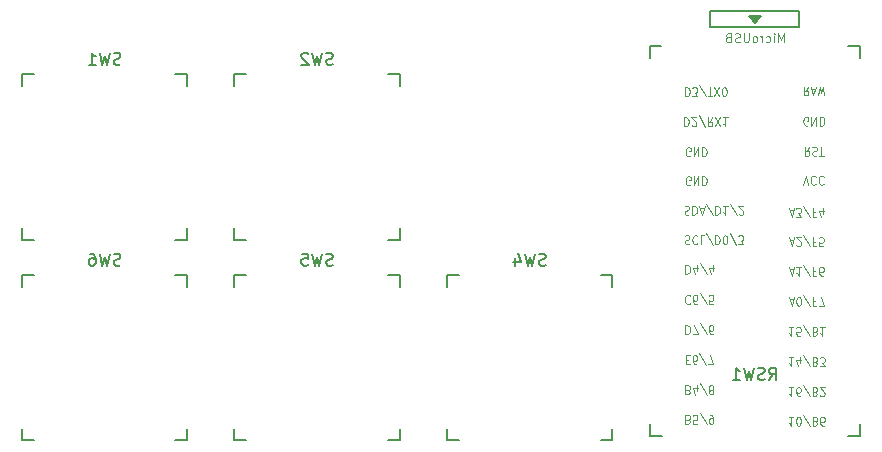
<source format=gbr>
G04 #@! TF.GenerationSoftware,KiCad,Pcbnew,(5.1.5-0-10_14)*
G04 #@! TF.CreationDate,2020-05-01T17:12:48+01:00*
G04 #@! TF.ProjectId,macro1,6d616372-6f31-42e6-9b69-6361645f7063,0.1*
G04 #@! TF.SameCoordinates,Original*
G04 #@! TF.FileFunction,Legend,Bot*
G04 #@! TF.FilePolarity,Positive*
%FSLAX46Y46*%
G04 Gerber Fmt 4.6, Leading zero omitted, Abs format (unit mm)*
G04 Created by KiCad (PCBNEW (5.1.5-0-10_14)) date 2020-05-01 17:12:48*
%MOMM*%
%LPD*%
G04 APERTURE LIST*
%ADD10C,0.150000*%
%ADD11C,0.125000*%
%ADD12C,0.120000*%
G04 APERTURE END LIST*
D10*
X83810000Y-92220000D02*
X84820000Y-92220000D01*
X101610000Y-92220000D02*
X100610000Y-92220000D01*
X83810000Y-91220000D02*
X83810000Y-92220000D01*
X101610000Y-91170000D02*
X101610000Y-92220000D01*
X83810000Y-59170000D02*
X84760000Y-59170000D01*
X101610000Y-59170000D02*
X100610000Y-59170000D01*
X83810000Y-59170000D02*
X83810000Y-60170000D01*
X101610000Y-59170000D02*
X101610000Y-60170000D01*
X96460000Y-56270000D02*
X96460000Y-57570000D01*
X96460000Y-57570000D02*
X88960000Y-57570000D01*
X88960000Y-57570000D02*
X88960000Y-56270000D01*
X88960000Y-56270000D02*
X96460000Y-56270000D01*
X93210000Y-56620000D02*
X92210000Y-56620000D01*
X92210000Y-56620000D02*
X92710000Y-57270000D01*
X92710000Y-57270000D02*
X93210000Y-56620000D01*
X93060000Y-56770000D02*
X92360000Y-56770000D01*
X92960000Y-56920000D02*
X92460000Y-56920000D01*
X92860000Y-57070000D02*
X92560000Y-57070000D01*
X44660000Y-61580000D02*
X44660000Y-62580000D01*
X43660000Y-61580000D02*
X44660000Y-61580000D01*
X44660000Y-75580000D02*
X43660000Y-75580000D01*
X44660000Y-74580000D02*
X44660000Y-75580000D01*
X30660000Y-75580000D02*
X30660000Y-74580000D01*
X31660000Y-75580000D02*
X30660000Y-75580000D01*
X30660000Y-61580000D02*
X31660000Y-61580000D01*
X30660000Y-62580000D02*
X30660000Y-61580000D01*
X62660000Y-61580000D02*
X62660000Y-62580000D01*
X61660000Y-61580000D02*
X62660000Y-61580000D01*
X62660000Y-75580000D02*
X61660000Y-75580000D01*
X62660000Y-74580000D02*
X62660000Y-75580000D01*
X48660000Y-75580000D02*
X48660000Y-74580000D01*
X49660000Y-75580000D02*
X48660000Y-75580000D01*
X48660000Y-61580000D02*
X49660000Y-61580000D01*
X48660000Y-62580000D02*
X48660000Y-61580000D01*
X80660000Y-78580000D02*
X80660000Y-79580000D01*
X79660000Y-78580000D02*
X80660000Y-78580000D01*
X80660000Y-92580000D02*
X79660000Y-92580000D01*
X80660000Y-91580000D02*
X80660000Y-92580000D01*
X66660000Y-92580000D02*
X66660000Y-91580000D01*
X67660000Y-92580000D02*
X66660000Y-92580000D01*
X66660000Y-78580000D02*
X67660000Y-78580000D01*
X66660000Y-79580000D02*
X66660000Y-78580000D01*
X62660000Y-78580000D02*
X62660000Y-79580000D01*
X61660000Y-78580000D02*
X62660000Y-78580000D01*
X62660000Y-92580000D02*
X61660000Y-92580000D01*
X62660000Y-91580000D02*
X62660000Y-92580000D01*
X48660000Y-92580000D02*
X48660000Y-91580000D01*
X49660000Y-92580000D02*
X48660000Y-92580000D01*
X48660000Y-78580000D02*
X49660000Y-78580000D01*
X48660000Y-79580000D02*
X48660000Y-78580000D01*
X44660000Y-78580000D02*
X44660000Y-79580000D01*
X43660000Y-78580000D02*
X44660000Y-78580000D01*
X44660000Y-92580000D02*
X43660000Y-92580000D01*
X44660000Y-91580000D02*
X44660000Y-92580000D01*
X30660000Y-92580000D02*
X30660000Y-91580000D01*
X31660000Y-92580000D02*
X30660000Y-92580000D01*
X30660000Y-78580000D02*
X31660000Y-78580000D01*
X30660000Y-79580000D02*
X30660000Y-78580000D01*
D11*
X97242380Y-62630714D02*
X97019047Y-62987857D01*
X96859523Y-62630714D02*
X96859523Y-63380714D01*
X97114761Y-63380714D01*
X97178571Y-63345000D01*
X97210476Y-63309285D01*
X97242380Y-63237857D01*
X97242380Y-63130714D01*
X97210476Y-63059285D01*
X97178571Y-63023571D01*
X97114761Y-62987857D01*
X96859523Y-62987857D01*
X97497619Y-62845000D02*
X97816666Y-62845000D01*
X97433809Y-62630714D02*
X97657142Y-63380714D01*
X97880476Y-62630714D01*
X98040000Y-63380714D02*
X98199523Y-62630714D01*
X98327142Y-63166428D01*
X98454761Y-62630714D01*
X98614285Y-63380714D01*
X97194523Y-65895000D02*
X97130714Y-65930714D01*
X97035000Y-65930714D01*
X96939285Y-65895000D01*
X96875476Y-65823571D01*
X96843571Y-65752142D01*
X96811666Y-65609285D01*
X96811666Y-65502142D01*
X96843571Y-65359285D01*
X96875476Y-65287857D01*
X96939285Y-65216428D01*
X97035000Y-65180714D01*
X97098809Y-65180714D01*
X97194523Y-65216428D01*
X97226428Y-65252142D01*
X97226428Y-65502142D01*
X97098809Y-65502142D01*
X97513571Y-65180714D02*
X97513571Y-65930714D01*
X97896428Y-65180714D01*
X97896428Y-65930714D01*
X98215476Y-65180714D02*
X98215476Y-65930714D01*
X98375000Y-65930714D01*
X98470714Y-65895000D01*
X98534523Y-65823571D01*
X98566428Y-65752142D01*
X98598333Y-65609285D01*
X98598333Y-65502142D01*
X98566428Y-65359285D01*
X98534523Y-65287857D01*
X98470714Y-65216428D01*
X98375000Y-65180714D01*
X98215476Y-65180714D01*
X97338095Y-67730714D02*
X97114761Y-68087857D01*
X96955238Y-67730714D02*
X96955238Y-68480714D01*
X97210476Y-68480714D01*
X97274285Y-68445000D01*
X97306190Y-68409285D01*
X97338095Y-68337857D01*
X97338095Y-68230714D01*
X97306190Y-68159285D01*
X97274285Y-68123571D01*
X97210476Y-68087857D01*
X96955238Y-68087857D01*
X97593333Y-67766428D02*
X97689047Y-67730714D01*
X97848571Y-67730714D01*
X97912380Y-67766428D01*
X97944285Y-67802142D01*
X97976190Y-67873571D01*
X97976190Y-67945000D01*
X97944285Y-68016428D01*
X97912380Y-68052142D01*
X97848571Y-68087857D01*
X97720952Y-68123571D01*
X97657142Y-68159285D01*
X97625238Y-68195000D01*
X97593333Y-68266428D01*
X97593333Y-68337857D01*
X97625238Y-68409285D01*
X97657142Y-68445000D01*
X97720952Y-68480714D01*
X97880476Y-68480714D01*
X97976190Y-68445000D01*
X98167619Y-68480714D02*
X98550476Y-68480714D01*
X98359047Y-67730714D02*
X98359047Y-68480714D01*
X96811666Y-70930714D02*
X97035000Y-70180714D01*
X97258333Y-70930714D01*
X97864523Y-70252142D02*
X97832619Y-70216428D01*
X97736904Y-70180714D01*
X97673095Y-70180714D01*
X97577380Y-70216428D01*
X97513571Y-70287857D01*
X97481666Y-70359285D01*
X97449761Y-70502142D01*
X97449761Y-70609285D01*
X97481666Y-70752142D01*
X97513571Y-70823571D01*
X97577380Y-70895000D01*
X97673095Y-70930714D01*
X97736904Y-70930714D01*
X97832619Y-70895000D01*
X97864523Y-70859285D01*
X98534523Y-70252142D02*
X98502619Y-70216428D01*
X98406904Y-70180714D01*
X98343095Y-70180714D01*
X98247380Y-70216428D01*
X98183571Y-70287857D01*
X98151666Y-70359285D01*
X98119761Y-70502142D01*
X98119761Y-70609285D01*
X98151666Y-70752142D01*
X98183571Y-70823571D01*
X98247380Y-70895000D01*
X98343095Y-70930714D01*
X98406904Y-70930714D01*
X98502619Y-70895000D01*
X98534523Y-70859285D01*
X95669285Y-73095000D02*
X95988333Y-73095000D01*
X95605476Y-72880714D02*
X95828809Y-73630714D01*
X96052142Y-72880714D01*
X96211666Y-73630714D02*
X96626428Y-73630714D01*
X96403095Y-73345000D01*
X96498809Y-73345000D01*
X96562619Y-73309285D01*
X96594523Y-73273571D01*
X96626428Y-73202142D01*
X96626428Y-73023571D01*
X96594523Y-72952142D01*
X96562619Y-72916428D01*
X96498809Y-72880714D01*
X96307380Y-72880714D01*
X96243571Y-72916428D01*
X96211666Y-72952142D01*
X97392142Y-73666428D02*
X96817857Y-72702142D01*
X97838809Y-73273571D02*
X97615476Y-73273571D01*
X97615476Y-72880714D02*
X97615476Y-73630714D01*
X97934523Y-73630714D01*
X98476904Y-73380714D02*
X98476904Y-72880714D01*
X98317380Y-73666428D02*
X98157857Y-73130714D01*
X98572619Y-73130714D01*
X95669285Y-75595000D02*
X95988333Y-75595000D01*
X95605476Y-75380714D02*
X95828809Y-76130714D01*
X96052142Y-75380714D01*
X96243571Y-76059285D02*
X96275476Y-76095000D01*
X96339285Y-76130714D01*
X96498809Y-76130714D01*
X96562619Y-76095000D01*
X96594523Y-76059285D01*
X96626428Y-75987857D01*
X96626428Y-75916428D01*
X96594523Y-75809285D01*
X96211666Y-75380714D01*
X96626428Y-75380714D01*
X97392142Y-76166428D02*
X96817857Y-75202142D01*
X97838809Y-75773571D02*
X97615476Y-75773571D01*
X97615476Y-75380714D02*
X97615476Y-76130714D01*
X97934523Y-76130714D01*
X98508809Y-76130714D02*
X98189761Y-76130714D01*
X98157857Y-75773571D01*
X98189761Y-75809285D01*
X98253571Y-75845000D01*
X98413095Y-75845000D01*
X98476904Y-75809285D01*
X98508809Y-75773571D01*
X98540714Y-75702142D01*
X98540714Y-75523571D01*
X98508809Y-75452142D01*
X98476904Y-75416428D01*
X98413095Y-75380714D01*
X98253571Y-75380714D01*
X98189761Y-75416428D01*
X98157857Y-75452142D01*
X95669285Y-78095000D02*
X95988333Y-78095000D01*
X95605476Y-77880714D02*
X95828809Y-78630714D01*
X96052142Y-77880714D01*
X96626428Y-77880714D02*
X96243571Y-77880714D01*
X96435000Y-77880714D02*
X96435000Y-78630714D01*
X96371190Y-78523571D01*
X96307380Y-78452142D01*
X96243571Y-78416428D01*
X97392142Y-78666428D02*
X96817857Y-77702142D01*
X97838809Y-78273571D02*
X97615476Y-78273571D01*
X97615476Y-77880714D02*
X97615476Y-78630714D01*
X97934523Y-78630714D01*
X98476904Y-78630714D02*
X98349285Y-78630714D01*
X98285476Y-78595000D01*
X98253571Y-78559285D01*
X98189761Y-78452142D01*
X98157857Y-78309285D01*
X98157857Y-78023571D01*
X98189761Y-77952142D01*
X98221666Y-77916428D01*
X98285476Y-77880714D01*
X98413095Y-77880714D01*
X98476904Y-77916428D01*
X98508809Y-77952142D01*
X98540714Y-78023571D01*
X98540714Y-78202142D01*
X98508809Y-78273571D01*
X98476904Y-78309285D01*
X98413095Y-78345000D01*
X98285476Y-78345000D01*
X98221666Y-78309285D01*
X98189761Y-78273571D01*
X98157857Y-78202142D01*
X95669285Y-80645000D02*
X95988333Y-80645000D01*
X95605476Y-80430714D02*
X95828809Y-81180714D01*
X96052142Y-80430714D01*
X96403095Y-81180714D02*
X96466904Y-81180714D01*
X96530714Y-81145000D01*
X96562619Y-81109285D01*
X96594523Y-81037857D01*
X96626428Y-80895000D01*
X96626428Y-80716428D01*
X96594523Y-80573571D01*
X96562619Y-80502142D01*
X96530714Y-80466428D01*
X96466904Y-80430714D01*
X96403095Y-80430714D01*
X96339285Y-80466428D01*
X96307380Y-80502142D01*
X96275476Y-80573571D01*
X96243571Y-80716428D01*
X96243571Y-80895000D01*
X96275476Y-81037857D01*
X96307380Y-81109285D01*
X96339285Y-81145000D01*
X96403095Y-81180714D01*
X97392142Y-81216428D02*
X96817857Y-80252142D01*
X97838809Y-80823571D02*
X97615476Y-80823571D01*
X97615476Y-80430714D02*
X97615476Y-81180714D01*
X97934523Y-81180714D01*
X98125952Y-81180714D02*
X98572619Y-81180714D01*
X98285476Y-80430714D01*
X95972380Y-82980714D02*
X95589523Y-82980714D01*
X95780952Y-82980714D02*
X95780952Y-83730714D01*
X95717142Y-83623571D01*
X95653333Y-83552142D01*
X95589523Y-83516428D01*
X96578571Y-83730714D02*
X96259523Y-83730714D01*
X96227619Y-83373571D01*
X96259523Y-83409285D01*
X96323333Y-83445000D01*
X96482857Y-83445000D01*
X96546666Y-83409285D01*
X96578571Y-83373571D01*
X96610476Y-83302142D01*
X96610476Y-83123571D01*
X96578571Y-83052142D01*
X96546666Y-83016428D01*
X96482857Y-82980714D01*
X96323333Y-82980714D01*
X96259523Y-83016428D01*
X96227619Y-83052142D01*
X97376190Y-83766428D02*
X96801904Y-82802142D01*
X97822857Y-83373571D02*
X97918571Y-83337857D01*
X97950476Y-83302142D01*
X97982380Y-83230714D01*
X97982380Y-83123571D01*
X97950476Y-83052142D01*
X97918571Y-83016428D01*
X97854761Y-82980714D01*
X97599523Y-82980714D01*
X97599523Y-83730714D01*
X97822857Y-83730714D01*
X97886666Y-83695000D01*
X97918571Y-83659285D01*
X97950476Y-83587857D01*
X97950476Y-83516428D01*
X97918571Y-83445000D01*
X97886666Y-83409285D01*
X97822857Y-83373571D01*
X97599523Y-83373571D01*
X98620476Y-82980714D02*
X98237619Y-82980714D01*
X98429047Y-82980714D02*
X98429047Y-83730714D01*
X98365238Y-83623571D01*
X98301428Y-83552142D01*
X98237619Y-83516428D01*
X95972380Y-85530714D02*
X95589523Y-85530714D01*
X95780952Y-85530714D02*
X95780952Y-86280714D01*
X95717142Y-86173571D01*
X95653333Y-86102142D01*
X95589523Y-86066428D01*
X96546666Y-86030714D02*
X96546666Y-85530714D01*
X96387142Y-86316428D02*
X96227619Y-85780714D01*
X96642380Y-85780714D01*
X97376190Y-86316428D02*
X96801904Y-85352142D01*
X97822857Y-85923571D02*
X97918571Y-85887857D01*
X97950476Y-85852142D01*
X97982380Y-85780714D01*
X97982380Y-85673571D01*
X97950476Y-85602142D01*
X97918571Y-85566428D01*
X97854761Y-85530714D01*
X97599523Y-85530714D01*
X97599523Y-86280714D01*
X97822857Y-86280714D01*
X97886666Y-86245000D01*
X97918571Y-86209285D01*
X97950476Y-86137857D01*
X97950476Y-86066428D01*
X97918571Y-85995000D01*
X97886666Y-85959285D01*
X97822857Y-85923571D01*
X97599523Y-85923571D01*
X98205714Y-86280714D02*
X98620476Y-86280714D01*
X98397142Y-85995000D01*
X98492857Y-85995000D01*
X98556666Y-85959285D01*
X98588571Y-85923571D01*
X98620476Y-85852142D01*
X98620476Y-85673571D01*
X98588571Y-85602142D01*
X98556666Y-85566428D01*
X98492857Y-85530714D01*
X98301428Y-85530714D01*
X98237619Y-85566428D01*
X98205714Y-85602142D01*
X95972380Y-90580714D02*
X95589523Y-90580714D01*
X95780952Y-90580714D02*
X95780952Y-91330714D01*
X95717142Y-91223571D01*
X95653333Y-91152142D01*
X95589523Y-91116428D01*
X96387142Y-91330714D02*
X96450952Y-91330714D01*
X96514761Y-91295000D01*
X96546666Y-91259285D01*
X96578571Y-91187857D01*
X96610476Y-91045000D01*
X96610476Y-90866428D01*
X96578571Y-90723571D01*
X96546666Y-90652142D01*
X96514761Y-90616428D01*
X96450952Y-90580714D01*
X96387142Y-90580714D01*
X96323333Y-90616428D01*
X96291428Y-90652142D01*
X96259523Y-90723571D01*
X96227619Y-90866428D01*
X96227619Y-91045000D01*
X96259523Y-91187857D01*
X96291428Y-91259285D01*
X96323333Y-91295000D01*
X96387142Y-91330714D01*
X97376190Y-91366428D02*
X96801904Y-90402142D01*
X97822857Y-90973571D02*
X97918571Y-90937857D01*
X97950476Y-90902142D01*
X97982380Y-90830714D01*
X97982380Y-90723571D01*
X97950476Y-90652142D01*
X97918571Y-90616428D01*
X97854761Y-90580714D01*
X97599523Y-90580714D01*
X97599523Y-91330714D01*
X97822857Y-91330714D01*
X97886666Y-91295000D01*
X97918571Y-91259285D01*
X97950476Y-91187857D01*
X97950476Y-91116428D01*
X97918571Y-91045000D01*
X97886666Y-91009285D01*
X97822857Y-90973571D01*
X97599523Y-90973571D01*
X98556666Y-91330714D02*
X98429047Y-91330714D01*
X98365238Y-91295000D01*
X98333333Y-91259285D01*
X98269523Y-91152142D01*
X98237619Y-91009285D01*
X98237619Y-90723571D01*
X98269523Y-90652142D01*
X98301428Y-90616428D01*
X98365238Y-90580714D01*
X98492857Y-90580714D01*
X98556666Y-90616428D01*
X98588571Y-90652142D01*
X98620476Y-90723571D01*
X98620476Y-90902142D01*
X98588571Y-90973571D01*
X98556666Y-91009285D01*
X98492857Y-91045000D01*
X98365238Y-91045000D01*
X98301428Y-91009285D01*
X98269523Y-90973571D01*
X98237619Y-90902142D01*
X95972380Y-88080714D02*
X95589523Y-88080714D01*
X95780952Y-88080714D02*
X95780952Y-88830714D01*
X95717142Y-88723571D01*
X95653333Y-88652142D01*
X95589523Y-88616428D01*
X96546666Y-88830714D02*
X96419047Y-88830714D01*
X96355238Y-88795000D01*
X96323333Y-88759285D01*
X96259523Y-88652142D01*
X96227619Y-88509285D01*
X96227619Y-88223571D01*
X96259523Y-88152142D01*
X96291428Y-88116428D01*
X96355238Y-88080714D01*
X96482857Y-88080714D01*
X96546666Y-88116428D01*
X96578571Y-88152142D01*
X96610476Y-88223571D01*
X96610476Y-88402142D01*
X96578571Y-88473571D01*
X96546666Y-88509285D01*
X96482857Y-88545000D01*
X96355238Y-88545000D01*
X96291428Y-88509285D01*
X96259523Y-88473571D01*
X96227619Y-88402142D01*
X97376190Y-88866428D02*
X96801904Y-87902142D01*
X97822857Y-88473571D02*
X97918571Y-88437857D01*
X97950476Y-88402142D01*
X97982380Y-88330714D01*
X97982380Y-88223571D01*
X97950476Y-88152142D01*
X97918571Y-88116428D01*
X97854761Y-88080714D01*
X97599523Y-88080714D01*
X97599523Y-88830714D01*
X97822857Y-88830714D01*
X97886666Y-88795000D01*
X97918571Y-88759285D01*
X97950476Y-88687857D01*
X97950476Y-88616428D01*
X97918571Y-88545000D01*
X97886666Y-88509285D01*
X97822857Y-88473571D01*
X97599523Y-88473571D01*
X98237619Y-88759285D02*
X98269523Y-88795000D01*
X98333333Y-88830714D01*
X98492857Y-88830714D01*
X98556666Y-88795000D01*
X98588571Y-88759285D01*
X98620476Y-88687857D01*
X98620476Y-88616428D01*
X98588571Y-88509285D01*
X98205714Y-88080714D01*
X98620476Y-88080714D01*
X86872380Y-85773571D02*
X87095714Y-85773571D01*
X87191428Y-85380714D02*
X86872380Y-85380714D01*
X86872380Y-86130714D01*
X87191428Y-86130714D01*
X87765714Y-86130714D02*
X87638095Y-86130714D01*
X87574285Y-86095000D01*
X87542380Y-86059285D01*
X87478571Y-85952142D01*
X87446666Y-85809285D01*
X87446666Y-85523571D01*
X87478571Y-85452142D01*
X87510476Y-85416428D01*
X87574285Y-85380714D01*
X87701904Y-85380714D01*
X87765714Y-85416428D01*
X87797619Y-85452142D01*
X87829523Y-85523571D01*
X87829523Y-85702142D01*
X87797619Y-85773571D01*
X87765714Y-85809285D01*
X87701904Y-85845000D01*
X87574285Y-85845000D01*
X87510476Y-85809285D01*
X87478571Y-85773571D01*
X87446666Y-85702142D01*
X88595238Y-86166428D02*
X88020952Y-85202142D01*
X88754761Y-86130714D02*
X89201428Y-86130714D01*
X88914285Y-85380714D01*
X86840476Y-82830714D02*
X86840476Y-83580714D01*
X87000000Y-83580714D01*
X87095714Y-83545000D01*
X87159523Y-83473571D01*
X87191428Y-83402142D01*
X87223333Y-83259285D01*
X87223333Y-83152142D01*
X87191428Y-83009285D01*
X87159523Y-82937857D01*
X87095714Y-82866428D01*
X87000000Y-82830714D01*
X86840476Y-82830714D01*
X87446666Y-83580714D02*
X87893333Y-83580714D01*
X87606190Y-82830714D01*
X88627142Y-83616428D02*
X88052857Y-82652142D01*
X89137619Y-83580714D02*
X89010000Y-83580714D01*
X88946190Y-83545000D01*
X88914285Y-83509285D01*
X88850476Y-83402142D01*
X88818571Y-83259285D01*
X88818571Y-82973571D01*
X88850476Y-82902142D01*
X88882380Y-82866428D01*
X88946190Y-82830714D01*
X89073809Y-82830714D01*
X89137619Y-82866428D01*
X89169523Y-82902142D01*
X89201428Y-82973571D01*
X89201428Y-83152142D01*
X89169523Y-83223571D01*
X89137619Y-83259285D01*
X89073809Y-83295000D01*
X88946190Y-83295000D01*
X88882380Y-83259285D01*
X88850476Y-83223571D01*
X88818571Y-83152142D01*
X87244523Y-68495000D02*
X87180714Y-68530714D01*
X87085000Y-68530714D01*
X86989285Y-68495000D01*
X86925476Y-68423571D01*
X86893571Y-68352142D01*
X86861666Y-68209285D01*
X86861666Y-68102142D01*
X86893571Y-67959285D01*
X86925476Y-67887857D01*
X86989285Y-67816428D01*
X87085000Y-67780714D01*
X87148809Y-67780714D01*
X87244523Y-67816428D01*
X87276428Y-67852142D01*
X87276428Y-68102142D01*
X87148809Y-68102142D01*
X87563571Y-67780714D02*
X87563571Y-68530714D01*
X87946428Y-67780714D01*
X87946428Y-68530714D01*
X88265476Y-67780714D02*
X88265476Y-68530714D01*
X88425000Y-68530714D01*
X88520714Y-68495000D01*
X88584523Y-68423571D01*
X88616428Y-68352142D01*
X88648333Y-68209285D01*
X88648333Y-68102142D01*
X88616428Y-67959285D01*
X88584523Y-67887857D01*
X88520714Y-67816428D01*
X88425000Y-67780714D01*
X88265476Y-67780714D01*
X87244523Y-70945000D02*
X87180714Y-70980714D01*
X87085000Y-70980714D01*
X86989285Y-70945000D01*
X86925476Y-70873571D01*
X86893571Y-70802142D01*
X86861666Y-70659285D01*
X86861666Y-70552142D01*
X86893571Y-70409285D01*
X86925476Y-70337857D01*
X86989285Y-70266428D01*
X87085000Y-70230714D01*
X87148809Y-70230714D01*
X87244523Y-70266428D01*
X87276428Y-70302142D01*
X87276428Y-70552142D01*
X87148809Y-70552142D01*
X87563571Y-70230714D02*
X87563571Y-70980714D01*
X87946428Y-70230714D01*
X87946428Y-70980714D01*
X88265476Y-70230714D02*
X88265476Y-70980714D01*
X88425000Y-70980714D01*
X88520714Y-70945000D01*
X88584523Y-70873571D01*
X88616428Y-70802142D01*
X88648333Y-70659285D01*
X88648333Y-70552142D01*
X88616428Y-70409285D01*
X88584523Y-70337857D01*
X88520714Y-70266428D01*
X88425000Y-70230714D01*
X88265476Y-70230714D01*
X86816190Y-62680714D02*
X86816190Y-63430714D01*
X86975714Y-63430714D01*
X87071428Y-63395000D01*
X87135238Y-63323571D01*
X87167142Y-63252142D01*
X87199047Y-63109285D01*
X87199047Y-63002142D01*
X87167142Y-62859285D01*
X87135238Y-62787857D01*
X87071428Y-62716428D01*
X86975714Y-62680714D01*
X86816190Y-62680714D01*
X87422380Y-63430714D02*
X87837142Y-63430714D01*
X87613809Y-63145000D01*
X87709523Y-63145000D01*
X87773333Y-63109285D01*
X87805238Y-63073571D01*
X87837142Y-63002142D01*
X87837142Y-62823571D01*
X87805238Y-62752142D01*
X87773333Y-62716428D01*
X87709523Y-62680714D01*
X87518095Y-62680714D01*
X87454285Y-62716428D01*
X87422380Y-62752142D01*
X88602857Y-63466428D02*
X88028571Y-62502142D01*
X88730476Y-63430714D02*
X89113333Y-63430714D01*
X88921904Y-62680714D02*
X88921904Y-63430714D01*
X89272857Y-63430714D02*
X89719523Y-62680714D01*
X89719523Y-63430714D02*
X89272857Y-62680714D01*
X90102380Y-63430714D02*
X90166190Y-63430714D01*
X90230000Y-63395000D01*
X90261904Y-63359285D01*
X90293809Y-63287857D01*
X90325714Y-63145000D01*
X90325714Y-62966428D01*
X90293809Y-62823571D01*
X90261904Y-62752142D01*
X90230000Y-62716428D01*
X90166190Y-62680714D01*
X90102380Y-62680714D01*
X90038571Y-62716428D01*
X90006666Y-62752142D01*
X89974761Y-62823571D01*
X89942857Y-62966428D01*
X89942857Y-63145000D01*
X89974761Y-63287857D01*
X90006666Y-63359285D01*
X90038571Y-63395000D01*
X90102380Y-63430714D01*
X86840476Y-77730714D02*
X86840476Y-78480714D01*
X87000000Y-78480714D01*
X87095714Y-78445000D01*
X87159523Y-78373571D01*
X87191428Y-78302142D01*
X87223333Y-78159285D01*
X87223333Y-78052142D01*
X87191428Y-77909285D01*
X87159523Y-77837857D01*
X87095714Y-77766428D01*
X87000000Y-77730714D01*
X86840476Y-77730714D01*
X87797619Y-78230714D02*
X87797619Y-77730714D01*
X87638095Y-78516428D02*
X87478571Y-77980714D01*
X87893333Y-77980714D01*
X88627142Y-78516428D02*
X88052857Y-77552142D01*
X89137619Y-78230714D02*
X89137619Y-77730714D01*
X88978095Y-78516428D02*
X88818571Y-77980714D01*
X89233333Y-77980714D01*
X86766428Y-72766428D02*
X86862142Y-72730714D01*
X87021666Y-72730714D01*
X87085476Y-72766428D01*
X87117380Y-72802142D01*
X87149285Y-72873571D01*
X87149285Y-72945000D01*
X87117380Y-73016428D01*
X87085476Y-73052142D01*
X87021666Y-73087857D01*
X86894047Y-73123571D01*
X86830238Y-73159285D01*
X86798333Y-73195000D01*
X86766428Y-73266428D01*
X86766428Y-73337857D01*
X86798333Y-73409285D01*
X86830238Y-73445000D01*
X86894047Y-73480714D01*
X87053571Y-73480714D01*
X87149285Y-73445000D01*
X87436428Y-72730714D02*
X87436428Y-73480714D01*
X87595952Y-73480714D01*
X87691666Y-73445000D01*
X87755476Y-73373571D01*
X87787380Y-73302142D01*
X87819285Y-73159285D01*
X87819285Y-73052142D01*
X87787380Y-72909285D01*
X87755476Y-72837857D01*
X87691666Y-72766428D01*
X87595952Y-72730714D01*
X87436428Y-72730714D01*
X88074523Y-72945000D02*
X88393571Y-72945000D01*
X88010714Y-72730714D02*
X88234047Y-73480714D01*
X88457380Y-72730714D01*
X89159285Y-73516428D02*
X88585000Y-72552142D01*
X89382619Y-72730714D02*
X89382619Y-73480714D01*
X89542142Y-73480714D01*
X89637857Y-73445000D01*
X89701666Y-73373571D01*
X89733571Y-73302142D01*
X89765476Y-73159285D01*
X89765476Y-73052142D01*
X89733571Y-72909285D01*
X89701666Y-72837857D01*
X89637857Y-72766428D01*
X89542142Y-72730714D01*
X89382619Y-72730714D01*
X90403571Y-72730714D02*
X90020714Y-72730714D01*
X90212142Y-72730714D02*
X90212142Y-73480714D01*
X90148333Y-73373571D01*
X90084523Y-73302142D01*
X90020714Y-73266428D01*
X91169285Y-73516428D02*
X90595000Y-72552142D01*
X91360714Y-73409285D02*
X91392619Y-73445000D01*
X91456428Y-73480714D01*
X91615952Y-73480714D01*
X91679761Y-73445000D01*
X91711666Y-73409285D01*
X91743571Y-73337857D01*
X91743571Y-73266428D01*
X91711666Y-73159285D01*
X91328809Y-72730714D01*
X91743571Y-72730714D01*
X86782380Y-75266428D02*
X86878095Y-75230714D01*
X87037619Y-75230714D01*
X87101428Y-75266428D01*
X87133333Y-75302142D01*
X87165238Y-75373571D01*
X87165238Y-75445000D01*
X87133333Y-75516428D01*
X87101428Y-75552142D01*
X87037619Y-75587857D01*
X86910000Y-75623571D01*
X86846190Y-75659285D01*
X86814285Y-75695000D01*
X86782380Y-75766428D01*
X86782380Y-75837857D01*
X86814285Y-75909285D01*
X86846190Y-75945000D01*
X86910000Y-75980714D01*
X87069523Y-75980714D01*
X87165238Y-75945000D01*
X87835238Y-75302142D02*
X87803333Y-75266428D01*
X87707619Y-75230714D01*
X87643809Y-75230714D01*
X87548095Y-75266428D01*
X87484285Y-75337857D01*
X87452380Y-75409285D01*
X87420476Y-75552142D01*
X87420476Y-75659285D01*
X87452380Y-75802142D01*
X87484285Y-75873571D01*
X87548095Y-75945000D01*
X87643809Y-75980714D01*
X87707619Y-75980714D01*
X87803333Y-75945000D01*
X87835238Y-75909285D01*
X88441428Y-75230714D02*
X88122380Y-75230714D01*
X88122380Y-75980714D01*
X89143333Y-76016428D02*
X88569047Y-75052142D01*
X89366666Y-75230714D02*
X89366666Y-75980714D01*
X89526190Y-75980714D01*
X89621904Y-75945000D01*
X89685714Y-75873571D01*
X89717619Y-75802142D01*
X89749523Y-75659285D01*
X89749523Y-75552142D01*
X89717619Y-75409285D01*
X89685714Y-75337857D01*
X89621904Y-75266428D01*
X89526190Y-75230714D01*
X89366666Y-75230714D01*
X90164285Y-75980714D02*
X90228095Y-75980714D01*
X90291904Y-75945000D01*
X90323809Y-75909285D01*
X90355714Y-75837857D01*
X90387619Y-75695000D01*
X90387619Y-75516428D01*
X90355714Y-75373571D01*
X90323809Y-75302142D01*
X90291904Y-75266428D01*
X90228095Y-75230714D01*
X90164285Y-75230714D01*
X90100476Y-75266428D01*
X90068571Y-75302142D01*
X90036666Y-75373571D01*
X90004761Y-75516428D01*
X90004761Y-75695000D01*
X90036666Y-75837857D01*
X90068571Y-75909285D01*
X90100476Y-75945000D01*
X90164285Y-75980714D01*
X91153333Y-76016428D02*
X90579047Y-75052142D01*
X91312857Y-75980714D02*
X91727619Y-75980714D01*
X91504285Y-75695000D01*
X91600000Y-75695000D01*
X91663809Y-75659285D01*
X91695714Y-75623571D01*
X91727619Y-75552142D01*
X91727619Y-75373571D01*
X91695714Y-75302142D01*
X91663809Y-75266428D01*
X91600000Y-75230714D01*
X91408571Y-75230714D01*
X91344761Y-75266428D01*
X91312857Y-75302142D01*
X87223333Y-80352142D02*
X87191428Y-80316428D01*
X87095714Y-80280714D01*
X87031904Y-80280714D01*
X86936190Y-80316428D01*
X86872380Y-80387857D01*
X86840476Y-80459285D01*
X86808571Y-80602142D01*
X86808571Y-80709285D01*
X86840476Y-80852142D01*
X86872380Y-80923571D01*
X86936190Y-80995000D01*
X87031904Y-81030714D01*
X87095714Y-81030714D01*
X87191428Y-80995000D01*
X87223333Y-80959285D01*
X87797619Y-81030714D02*
X87670000Y-81030714D01*
X87606190Y-80995000D01*
X87574285Y-80959285D01*
X87510476Y-80852142D01*
X87478571Y-80709285D01*
X87478571Y-80423571D01*
X87510476Y-80352142D01*
X87542380Y-80316428D01*
X87606190Y-80280714D01*
X87733809Y-80280714D01*
X87797619Y-80316428D01*
X87829523Y-80352142D01*
X87861428Y-80423571D01*
X87861428Y-80602142D01*
X87829523Y-80673571D01*
X87797619Y-80709285D01*
X87733809Y-80745000D01*
X87606190Y-80745000D01*
X87542380Y-80709285D01*
X87510476Y-80673571D01*
X87478571Y-80602142D01*
X88627142Y-81066428D02*
X88052857Y-80102142D01*
X89169523Y-81030714D02*
X88850476Y-81030714D01*
X88818571Y-80673571D01*
X88850476Y-80709285D01*
X88914285Y-80745000D01*
X89073809Y-80745000D01*
X89137619Y-80709285D01*
X89169523Y-80673571D01*
X89201428Y-80602142D01*
X89201428Y-80423571D01*
X89169523Y-80352142D01*
X89137619Y-80316428D01*
X89073809Y-80280714D01*
X88914285Y-80280714D01*
X88850476Y-80316428D01*
X88818571Y-80352142D01*
X87063809Y-90823571D02*
X87159523Y-90787857D01*
X87191428Y-90752142D01*
X87223333Y-90680714D01*
X87223333Y-90573571D01*
X87191428Y-90502142D01*
X87159523Y-90466428D01*
X87095714Y-90430714D01*
X86840476Y-90430714D01*
X86840476Y-91180714D01*
X87063809Y-91180714D01*
X87127619Y-91145000D01*
X87159523Y-91109285D01*
X87191428Y-91037857D01*
X87191428Y-90966428D01*
X87159523Y-90895000D01*
X87127619Y-90859285D01*
X87063809Y-90823571D01*
X86840476Y-90823571D01*
X87829523Y-91180714D02*
X87510476Y-91180714D01*
X87478571Y-90823571D01*
X87510476Y-90859285D01*
X87574285Y-90895000D01*
X87733809Y-90895000D01*
X87797619Y-90859285D01*
X87829523Y-90823571D01*
X87861428Y-90752142D01*
X87861428Y-90573571D01*
X87829523Y-90502142D01*
X87797619Y-90466428D01*
X87733809Y-90430714D01*
X87574285Y-90430714D01*
X87510476Y-90466428D01*
X87478571Y-90502142D01*
X88627142Y-91216428D02*
X88052857Y-90252142D01*
X88882380Y-90430714D02*
X89010000Y-90430714D01*
X89073809Y-90466428D01*
X89105714Y-90502142D01*
X89169523Y-90609285D01*
X89201428Y-90752142D01*
X89201428Y-91037857D01*
X89169523Y-91109285D01*
X89137619Y-91145000D01*
X89073809Y-91180714D01*
X88946190Y-91180714D01*
X88882380Y-91145000D01*
X88850476Y-91109285D01*
X88818571Y-91037857D01*
X88818571Y-90859285D01*
X88850476Y-90787857D01*
X88882380Y-90752142D01*
X88946190Y-90716428D01*
X89073809Y-90716428D01*
X89137619Y-90752142D01*
X89169523Y-90787857D01*
X89201428Y-90859285D01*
X86736428Y-65230714D02*
X86736428Y-65980714D01*
X86895952Y-65980714D01*
X86991666Y-65945000D01*
X87055476Y-65873571D01*
X87087380Y-65802142D01*
X87119285Y-65659285D01*
X87119285Y-65552142D01*
X87087380Y-65409285D01*
X87055476Y-65337857D01*
X86991666Y-65266428D01*
X86895952Y-65230714D01*
X86736428Y-65230714D01*
X87374523Y-65909285D02*
X87406428Y-65945000D01*
X87470238Y-65980714D01*
X87629761Y-65980714D01*
X87693571Y-65945000D01*
X87725476Y-65909285D01*
X87757380Y-65837857D01*
X87757380Y-65766428D01*
X87725476Y-65659285D01*
X87342619Y-65230714D01*
X87757380Y-65230714D01*
X88523095Y-66016428D02*
X87948809Y-65052142D01*
X89129285Y-65230714D02*
X88905952Y-65587857D01*
X88746428Y-65230714D02*
X88746428Y-65980714D01*
X89001666Y-65980714D01*
X89065476Y-65945000D01*
X89097380Y-65909285D01*
X89129285Y-65837857D01*
X89129285Y-65730714D01*
X89097380Y-65659285D01*
X89065476Y-65623571D01*
X89001666Y-65587857D01*
X88746428Y-65587857D01*
X89352619Y-65980714D02*
X89799285Y-65230714D01*
X89799285Y-65980714D02*
X89352619Y-65230714D01*
X90405476Y-65230714D02*
X90022619Y-65230714D01*
X90214047Y-65230714D02*
X90214047Y-65980714D01*
X90150238Y-65873571D01*
X90086428Y-65802142D01*
X90022619Y-65766428D01*
X87063809Y-88323571D02*
X87159523Y-88287857D01*
X87191428Y-88252142D01*
X87223333Y-88180714D01*
X87223333Y-88073571D01*
X87191428Y-88002142D01*
X87159523Y-87966428D01*
X87095714Y-87930714D01*
X86840476Y-87930714D01*
X86840476Y-88680714D01*
X87063809Y-88680714D01*
X87127619Y-88645000D01*
X87159523Y-88609285D01*
X87191428Y-88537857D01*
X87191428Y-88466428D01*
X87159523Y-88395000D01*
X87127619Y-88359285D01*
X87063809Y-88323571D01*
X86840476Y-88323571D01*
X87797619Y-88430714D02*
X87797619Y-87930714D01*
X87638095Y-88716428D02*
X87478571Y-88180714D01*
X87893333Y-88180714D01*
X88627142Y-88716428D02*
X88052857Y-87752142D01*
X88946190Y-88359285D02*
X88882380Y-88395000D01*
X88850476Y-88430714D01*
X88818571Y-88502142D01*
X88818571Y-88537857D01*
X88850476Y-88609285D01*
X88882380Y-88645000D01*
X88946190Y-88680714D01*
X89073809Y-88680714D01*
X89137619Y-88645000D01*
X89169523Y-88609285D01*
X89201428Y-88537857D01*
X89201428Y-88502142D01*
X89169523Y-88430714D01*
X89137619Y-88395000D01*
X89073809Y-88359285D01*
X88946190Y-88359285D01*
X88882380Y-88323571D01*
X88850476Y-88287857D01*
X88818571Y-88216428D01*
X88818571Y-88073571D01*
X88850476Y-88002142D01*
X88882380Y-87966428D01*
X88946190Y-87930714D01*
X89073809Y-87930714D01*
X89137619Y-87966428D01*
X89169523Y-88002142D01*
X89201428Y-88073571D01*
X89201428Y-88216428D01*
X89169523Y-88287857D01*
X89137619Y-88323571D01*
X89073809Y-88359285D01*
D12*
X95206428Y-58859285D02*
X95206428Y-58109285D01*
X94956428Y-58645000D01*
X94706428Y-58109285D01*
X94706428Y-58859285D01*
X94349285Y-58859285D02*
X94349285Y-58359285D01*
X94349285Y-58109285D02*
X94385000Y-58145000D01*
X94349285Y-58180714D01*
X94313571Y-58145000D01*
X94349285Y-58109285D01*
X94349285Y-58180714D01*
X93670714Y-58823571D02*
X93742142Y-58859285D01*
X93885000Y-58859285D01*
X93956428Y-58823571D01*
X93992142Y-58787857D01*
X94027857Y-58716428D01*
X94027857Y-58502142D01*
X93992142Y-58430714D01*
X93956428Y-58395000D01*
X93885000Y-58359285D01*
X93742142Y-58359285D01*
X93670714Y-58395000D01*
X93349285Y-58859285D02*
X93349285Y-58359285D01*
X93349285Y-58502142D02*
X93313571Y-58430714D01*
X93277857Y-58395000D01*
X93206428Y-58359285D01*
X93135000Y-58359285D01*
X92777857Y-58859285D02*
X92849285Y-58823571D01*
X92885000Y-58787857D01*
X92920714Y-58716428D01*
X92920714Y-58502142D01*
X92885000Y-58430714D01*
X92849285Y-58395000D01*
X92777857Y-58359285D01*
X92670714Y-58359285D01*
X92599285Y-58395000D01*
X92563571Y-58430714D01*
X92527857Y-58502142D01*
X92527857Y-58716428D01*
X92563571Y-58787857D01*
X92599285Y-58823571D01*
X92670714Y-58859285D01*
X92777857Y-58859285D01*
X92206428Y-58109285D02*
X92206428Y-58716428D01*
X92170714Y-58787857D01*
X92135000Y-58823571D01*
X92063571Y-58859285D01*
X91920714Y-58859285D01*
X91849285Y-58823571D01*
X91813571Y-58787857D01*
X91777857Y-58716428D01*
X91777857Y-58109285D01*
X91456428Y-58823571D02*
X91349285Y-58859285D01*
X91170714Y-58859285D01*
X91099285Y-58823571D01*
X91063571Y-58787857D01*
X91027857Y-58716428D01*
X91027857Y-58645000D01*
X91063571Y-58573571D01*
X91099285Y-58537857D01*
X91170714Y-58502142D01*
X91313571Y-58466428D01*
X91385000Y-58430714D01*
X91420714Y-58395000D01*
X91456428Y-58323571D01*
X91456428Y-58252142D01*
X91420714Y-58180714D01*
X91385000Y-58145000D01*
X91313571Y-58109285D01*
X91135000Y-58109285D01*
X91027857Y-58145000D01*
X90456428Y-58466428D02*
X90349285Y-58502142D01*
X90313571Y-58537857D01*
X90277857Y-58609285D01*
X90277857Y-58716428D01*
X90313571Y-58787857D01*
X90349285Y-58823571D01*
X90420714Y-58859285D01*
X90706428Y-58859285D01*
X90706428Y-58109285D01*
X90456428Y-58109285D01*
X90385000Y-58145000D01*
X90349285Y-58180714D01*
X90313571Y-58252142D01*
X90313571Y-58323571D01*
X90349285Y-58395000D01*
X90385000Y-58430714D01*
X90456428Y-58466428D01*
X90706428Y-58466428D01*
D10*
X93924285Y-87447380D02*
X94257619Y-86971190D01*
X94495714Y-87447380D02*
X94495714Y-86447380D01*
X94114761Y-86447380D01*
X94019523Y-86495000D01*
X93971904Y-86542619D01*
X93924285Y-86637857D01*
X93924285Y-86780714D01*
X93971904Y-86875952D01*
X94019523Y-86923571D01*
X94114761Y-86971190D01*
X94495714Y-86971190D01*
X93543333Y-87399761D02*
X93400476Y-87447380D01*
X93162380Y-87447380D01*
X93067142Y-87399761D01*
X93019523Y-87352142D01*
X92971904Y-87256904D01*
X92971904Y-87161666D01*
X93019523Y-87066428D01*
X93067142Y-87018809D01*
X93162380Y-86971190D01*
X93352857Y-86923571D01*
X93448095Y-86875952D01*
X93495714Y-86828333D01*
X93543333Y-86733095D01*
X93543333Y-86637857D01*
X93495714Y-86542619D01*
X93448095Y-86495000D01*
X93352857Y-86447380D01*
X93114761Y-86447380D01*
X92971904Y-86495000D01*
X92638571Y-86447380D02*
X92400476Y-87447380D01*
X92210000Y-86733095D01*
X92019523Y-87447380D01*
X91781428Y-86447380D01*
X90876666Y-87447380D02*
X91448095Y-87447380D01*
X91162380Y-87447380D02*
X91162380Y-86447380D01*
X91257619Y-86590238D01*
X91352857Y-86685476D01*
X91448095Y-86733095D01*
X38993333Y-60729761D02*
X38850476Y-60777380D01*
X38612380Y-60777380D01*
X38517142Y-60729761D01*
X38469523Y-60682142D01*
X38421904Y-60586904D01*
X38421904Y-60491666D01*
X38469523Y-60396428D01*
X38517142Y-60348809D01*
X38612380Y-60301190D01*
X38802857Y-60253571D01*
X38898095Y-60205952D01*
X38945714Y-60158333D01*
X38993333Y-60063095D01*
X38993333Y-59967857D01*
X38945714Y-59872619D01*
X38898095Y-59825000D01*
X38802857Y-59777380D01*
X38564761Y-59777380D01*
X38421904Y-59825000D01*
X38088571Y-59777380D02*
X37850476Y-60777380D01*
X37660000Y-60063095D01*
X37469523Y-60777380D01*
X37231428Y-59777380D01*
X36326666Y-60777380D02*
X36898095Y-60777380D01*
X36612380Y-60777380D02*
X36612380Y-59777380D01*
X36707619Y-59920238D01*
X36802857Y-60015476D01*
X36898095Y-60063095D01*
X38993333Y-60729761D02*
X38850476Y-60777380D01*
X38612380Y-60777380D01*
X38517142Y-60729761D01*
X38469523Y-60682142D01*
X38421904Y-60586904D01*
X38421904Y-60491666D01*
X38469523Y-60396428D01*
X38517142Y-60348809D01*
X38612380Y-60301190D01*
X38802857Y-60253571D01*
X38898095Y-60205952D01*
X38945714Y-60158333D01*
X38993333Y-60063095D01*
X38993333Y-59967857D01*
X38945714Y-59872619D01*
X38898095Y-59825000D01*
X38802857Y-59777380D01*
X38564761Y-59777380D01*
X38421904Y-59825000D01*
X38088571Y-59777380D02*
X37850476Y-60777380D01*
X37660000Y-60063095D01*
X37469523Y-60777380D01*
X37231428Y-59777380D01*
X36326666Y-60777380D02*
X36898095Y-60777380D01*
X36612380Y-60777380D02*
X36612380Y-59777380D01*
X36707619Y-59920238D01*
X36802857Y-60015476D01*
X36898095Y-60063095D01*
X56993333Y-60729761D02*
X56850476Y-60777380D01*
X56612380Y-60777380D01*
X56517142Y-60729761D01*
X56469523Y-60682142D01*
X56421904Y-60586904D01*
X56421904Y-60491666D01*
X56469523Y-60396428D01*
X56517142Y-60348809D01*
X56612380Y-60301190D01*
X56802857Y-60253571D01*
X56898095Y-60205952D01*
X56945714Y-60158333D01*
X56993333Y-60063095D01*
X56993333Y-59967857D01*
X56945714Y-59872619D01*
X56898095Y-59825000D01*
X56802857Y-59777380D01*
X56564761Y-59777380D01*
X56421904Y-59825000D01*
X56088571Y-59777380D02*
X55850476Y-60777380D01*
X55660000Y-60063095D01*
X55469523Y-60777380D01*
X55231428Y-59777380D01*
X54898095Y-59872619D02*
X54850476Y-59825000D01*
X54755238Y-59777380D01*
X54517142Y-59777380D01*
X54421904Y-59825000D01*
X54374285Y-59872619D01*
X54326666Y-59967857D01*
X54326666Y-60063095D01*
X54374285Y-60205952D01*
X54945714Y-60777380D01*
X54326666Y-60777380D01*
X74993333Y-77729761D02*
X74850476Y-77777380D01*
X74612380Y-77777380D01*
X74517142Y-77729761D01*
X74469523Y-77682142D01*
X74421904Y-77586904D01*
X74421904Y-77491666D01*
X74469523Y-77396428D01*
X74517142Y-77348809D01*
X74612380Y-77301190D01*
X74802857Y-77253571D01*
X74898095Y-77205952D01*
X74945714Y-77158333D01*
X74993333Y-77063095D01*
X74993333Y-76967857D01*
X74945714Y-76872619D01*
X74898095Y-76825000D01*
X74802857Y-76777380D01*
X74564761Y-76777380D01*
X74421904Y-76825000D01*
X74088571Y-76777380D02*
X73850476Y-77777380D01*
X73660000Y-77063095D01*
X73469523Y-77777380D01*
X73231428Y-76777380D01*
X72421904Y-77110714D02*
X72421904Y-77777380D01*
X72660000Y-76729761D02*
X72898095Y-77444047D01*
X72279047Y-77444047D01*
X56993333Y-77729761D02*
X56850476Y-77777380D01*
X56612380Y-77777380D01*
X56517142Y-77729761D01*
X56469523Y-77682142D01*
X56421904Y-77586904D01*
X56421904Y-77491666D01*
X56469523Y-77396428D01*
X56517142Y-77348809D01*
X56612380Y-77301190D01*
X56802857Y-77253571D01*
X56898095Y-77205952D01*
X56945714Y-77158333D01*
X56993333Y-77063095D01*
X56993333Y-76967857D01*
X56945714Y-76872619D01*
X56898095Y-76825000D01*
X56802857Y-76777380D01*
X56564761Y-76777380D01*
X56421904Y-76825000D01*
X56088571Y-76777380D02*
X55850476Y-77777380D01*
X55660000Y-77063095D01*
X55469523Y-77777380D01*
X55231428Y-76777380D01*
X54374285Y-76777380D02*
X54850476Y-76777380D01*
X54898095Y-77253571D01*
X54850476Y-77205952D01*
X54755238Y-77158333D01*
X54517142Y-77158333D01*
X54421904Y-77205952D01*
X54374285Y-77253571D01*
X54326666Y-77348809D01*
X54326666Y-77586904D01*
X54374285Y-77682142D01*
X54421904Y-77729761D01*
X54517142Y-77777380D01*
X54755238Y-77777380D01*
X54850476Y-77729761D01*
X54898095Y-77682142D01*
X38993333Y-77729761D02*
X38850476Y-77777380D01*
X38612380Y-77777380D01*
X38517142Y-77729761D01*
X38469523Y-77682142D01*
X38421904Y-77586904D01*
X38421904Y-77491666D01*
X38469523Y-77396428D01*
X38517142Y-77348809D01*
X38612380Y-77301190D01*
X38802857Y-77253571D01*
X38898095Y-77205952D01*
X38945714Y-77158333D01*
X38993333Y-77063095D01*
X38993333Y-76967857D01*
X38945714Y-76872619D01*
X38898095Y-76825000D01*
X38802857Y-76777380D01*
X38564761Y-76777380D01*
X38421904Y-76825000D01*
X38088571Y-76777380D02*
X37850476Y-77777380D01*
X37660000Y-77063095D01*
X37469523Y-77777380D01*
X37231428Y-76777380D01*
X36421904Y-76777380D02*
X36612380Y-76777380D01*
X36707619Y-76825000D01*
X36755238Y-76872619D01*
X36850476Y-77015476D01*
X36898095Y-77205952D01*
X36898095Y-77586904D01*
X36850476Y-77682142D01*
X36802857Y-77729761D01*
X36707619Y-77777380D01*
X36517142Y-77777380D01*
X36421904Y-77729761D01*
X36374285Y-77682142D01*
X36326666Y-77586904D01*
X36326666Y-77348809D01*
X36374285Y-77253571D01*
X36421904Y-77205952D01*
X36517142Y-77158333D01*
X36707619Y-77158333D01*
X36802857Y-77205952D01*
X36850476Y-77253571D01*
X36898095Y-77348809D01*
M02*

</source>
